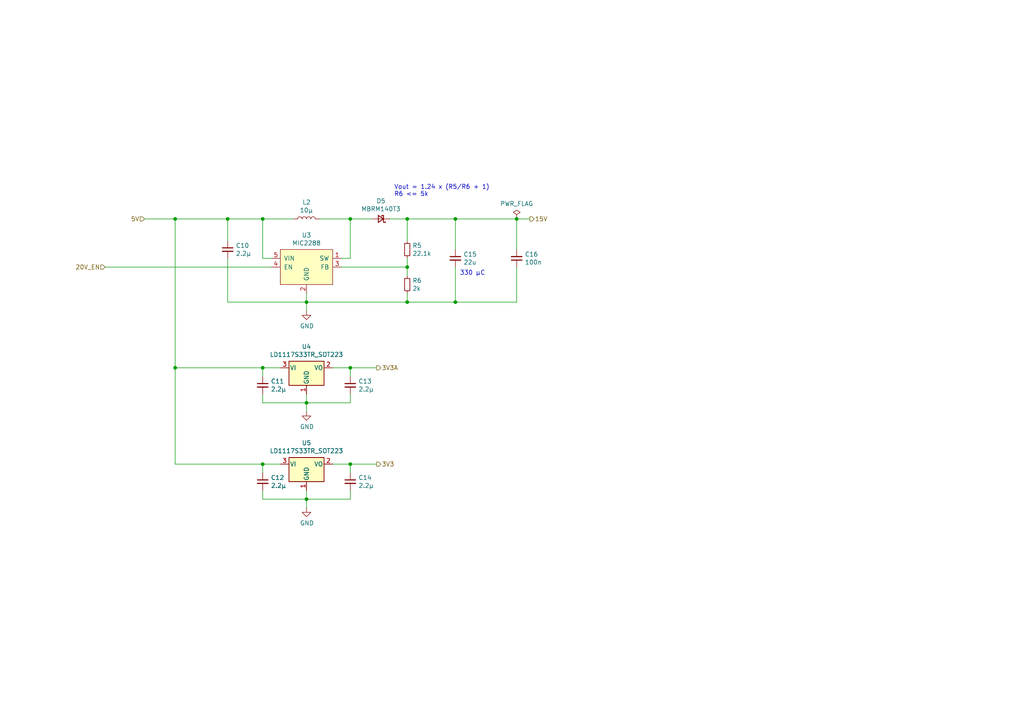
<source format=kicad_sch>
(kicad_sch (version 20230121) (generator eeschema)
  (paper "A4")
  (title_block (title "Electromagnetic Fault Injector") (date "2019-10-29") (rev "0.1") (company "Ledger"))
  (lib_symbols
    (symbol "Device:C_Small" (pin_numbers hide) (pin_names (offset 0.254) hide)
      (property "Reference" "C" (at 0.254 1.778 0))
      (property "Value" "C_Small" (at 0.254 -2.032 0))
      (symbol "C_Small_0_1"
        (polyline (pts (xy -1.524 -0.508) (xy 1.524 -0.508)) (stroke (width 0.3302)))
        (polyline (pts (xy -1.524 0.508) (xy 1.524 0.508)) (stroke (width 0.3048)))
      )
      (symbol "C_Small_1_1"
        (pin passive line (at 0 2.54 270) (length 2.032) (name "~") (number "1"))
        (pin passive line (at 0 -2.54 90) (length 2.032) (name "~") (number "2"))
      )
    )
    (symbol "Device:D_Schottky_Small" (pin_numbers hide) (pin_names (offset 0.254) hide)
      (property "Reference" "D" (at -1.27 2.032 0))
      (property "Value" "D_Schottky_Small" (at -7.112 -2.032 0))
      (symbol "D_Schottky_Small_0_1"
        (polyline (pts (xy -0.762 0) (xy 0.762 0)))
        (polyline (pts (xy 0.762 -1.016) (xy -0.762 0) (xy 0.762 1.016) (xy 0.762 -1.016)) (stroke (width 0.254)))
        (polyline (pts (xy -1.27 0.762) (xy -1.27 1.016) (xy -0.762 1.016) (xy -0.762 -1.016) (xy -0.254 -1.016) (xy -0.254 -0.762)) (stroke (width 0.254)))
      )
      (symbol "D_Schottky_Small_1_1"
        (pin passive line (at -2.54 0 0) (length 1.778) (name "K") (number "1"))
        (pin passive line (at 2.54 0 180) (length 1.778) (name "A") (number "2"))
      )
    )
    (symbol "Device:L" (pin_numbers hide) (pin_names (offset 1.016) hide)
      (property "Reference" "L" (at -1.27 0 90))
      (property "Value" "L" (at 1.905 0 90))
      (symbol "L_0_1"
        (arc (start 0 -2.54) (mid 0.6323 -1.905) (end 0 -1.27))
        (arc (start 0 -1.27) (mid 0.6323 -0.635) (end 0 0))
        (arc (start 0 0) (mid 0.6323 0.635) (end 0 1.27))
        (arc (start 0 1.27) (mid 0.6323 1.905) (end 0 2.54))
      )
      (symbol "L_1_1"
        (pin passive line (at 0 3.81 270) (length 1.27) (name "1") (number "1"))
        (pin passive line (at 0 -3.81 90) (length 1.27) (name "2") (number "2"))
      )
    )
    (symbol "Device:R_Small" (pin_numbers hide) (pin_names (offset 0.254) hide)
      (property "Reference" "R" (at 0.762 0.508 0))
      (property "Value" "R_Small" (at 0.762 -1.016 0))
      (symbol "R_Small_0_1"
        (rectangle (start -0.762 1.778) (end 0.762 -1.778) (stroke (width 0.2032)))
      )
      (symbol "R_Small_1_1"
        (pin passive line (at 0 2.54 270) (length 0.762) (name "~") (number "1"))
        (pin passive line (at 0 -2.54 90) (length 0.762) (name "~") (number "2"))
      )
    )
    (symbol "Regulator_Linear:LD1117S33TR_SOT223" (pin_names (offset 0.254))
      (property "Reference" "U" (at -3.81 3.175 0))
      (property "Value" "LD1117S33TR_SOT223" (at 0 3.175 0))
      (symbol "LD1117S33TR_SOT223_0_1"
        (rectangle (start -5.08 -5.08) (end 5.08 1.905) (stroke (width 0.254)) (fill (type background)))
      )
      (symbol "LD1117S33TR_SOT223_1_1"
        (pin power_in line (at 0 -7.62 90) (length 2.54) (name "GND") (number "1"))
        (pin power_out line (at 7.62 0 180) (length 2.54) (name "VO") (number "2"))
        (pin power_in line (at -7.62 0 0) (length 2.54) (name "VI") (number "3"))
      )
    )
    (symbol "mylib:MIC2288" (pin_names (offset 1.016))
      (property "Reference" "U" (at 0 8.89 0))
      (property "Value" "mylib_MIC2288" (at 0 6.35 0))
      (symbol "MIC2288_0_1"
        (rectangle (start -7.62 5.08) (end 7.62 -5.08) (fill (type background)))
      )
      (symbol "MIC2288_1_1"
        (pin power_out line (at 10.16 2.54 180) (length 2.54) (name "SW") (number "1"))
        (pin power_in line (at 0 -7.62 90) (length 2.54) (name "GND") (number "2"))
        (pin input line (at 10.16 0 180) (length 2.54) (name "FB") (number "3"))
        (pin input line (at -10.16 0 0) (length 2.54) (name "EN") (number "4"))
        (pin power_in line (at -10.16 2.54 0) (length 2.54) (name "VIN") (number "5"))
      )
    )
    (symbol "power:GND" (power) (pin_names (offset 0))
      (property "Value" "GND" (at 0 -3.81 0))
      (symbol "GND_0_1"
        (polyline (pts (xy 0 0) (xy 0 -1.27) (xy 1.27 -1.27) (xy 0 -2.54) (xy -1.27 -1.27) (xy 0 -1.27)))
      )
      (symbol "GND_1_1"
        (pin power_in line (at 0 0 270) (length 0) hide (name "GND") (number "1"))
      )
    )
    (symbol "power:PWR_FLAG" (power) (pin_numbers hide) (pin_names (offset 0) hide)
      (property "Value" "PWR_FLAG" (at 0 3.81 0))
      (symbol "PWR_FLAG_0_0"
        (pin power_out line (at 0 0 90) (length 0) (name "pwr") (number "1"))
      )
      (symbol "PWR_FLAG_0_1"
        (polyline (pts (xy 0 0) (xy 0 1.27) (xy -1.016 1.905) (xy 0 2.54) (xy 1.016 1.905) (xy 0 1.27)))
      )
    )
  )
  (junction (at 101.6 63.5))
  (junction (at 50.8 63.5))
  (junction (at 66.04 63.5))
  (junction (at 118.11 63.5))
  (junction (at 101.6 106.68))
  (junction (at 149.86 63.5))
  (junction (at 101.6 134.62))
  (junction (at 50.8 106.68))
  (junction (at 76.2 106.68))
  (junction (at 76.2 63.5))
  (junction (at 88.9 116.84))
  (junction (at 118.11 87.63))
  (junction (at 132.08 63.5))
  (junction (at 88.9 87.63))
  (junction (at 132.08 87.63))
  (junction (at 76.2 134.62))
  (junction (at 118.11 77.47))
  (junction (at 88.9 144.78))
  (wire (pts (xy 118.11 85.09) (xy 118.11 87.63)))
  (wire (pts (xy 101.6 134.62) (xy 96.52 134.62)))
  (wire (pts (xy 118.11 63.5) (xy 113.03 63.5)))
  (wire (pts (xy 76.2 63.5) (xy 66.04 63.5)))
  (wire (pts (xy 132.08 63.5) (xy 118.11 63.5)))
  (wire (pts (xy 76.2 106.68) (xy 76.2 109.22)))
  (wire (pts (xy 66.04 87.63) (xy 66.04 74.93)))
  (wire (pts (xy 85.09 63.5) (xy 76.2 63.5)))
  (wire (pts (xy 118.11 87.63) (xy 88.9 87.63)))
  (wire (pts (xy 76.2 116.84) (xy 76.2 114.3)))
  (wire (pts (xy 101.6 109.22) (xy 101.6 106.68)))
  (wire (pts (xy 88.9 90.17) (xy 88.9 87.63)))
  (wire (pts (xy 153.67 63.5) (xy 149.86 63.5)))
  (wire (pts (xy 88.9 116.84) (xy 88.9 114.3)))
  (wire (pts (xy 88.9 116.84) (xy 76.2 116.84)))
  (wire (pts (xy 88.9 119.38) (xy 88.9 116.84)))
  (wire (pts (xy 132.08 72.39) (xy 132.08 63.5)))
  (wire (pts (xy 88.9 144.78) (xy 76.2 144.78)))
  (wire (pts (xy 78.74 74.93) (xy 76.2 74.93)))
  (wire (pts (xy 81.28 106.68) (xy 76.2 106.68)))
  (wire (pts (xy 101.6 74.93) (xy 101.6 63.5)))
  (wire (pts (xy 101.6 144.78) (xy 101.6 142.24)))
  (wire (pts (xy 101.6 144.78) (xy 88.9 144.78)))
  (wire (pts (xy 88.9 144.78) (xy 88.9 142.24)))
  (wire (pts (xy 50.8 106.68) (xy 76.2 106.68)))
  (wire (pts (xy 76.2 134.62) (xy 76.2 137.16)))
  (wire (pts (xy 66.04 69.85) (xy 66.04 63.5)))
  (wire (pts (xy 118.11 63.5) (xy 118.11 69.85)))
  (wire (pts (xy 149.86 87.63) (xy 132.08 87.63)))
  (wire (pts (xy 30.48 77.47) (xy 78.74 77.47)))
  (wire (pts (xy 118.11 77.47) (xy 118.11 80.01)))
  (wire (pts (xy 76.2 144.78) (xy 76.2 142.24)))
  (wire (pts (xy 132.08 77.47) (xy 132.08 87.63)))
  (wire (pts (xy 76.2 74.93) (xy 76.2 63.5)))
  (wire (pts (xy 50.8 134.62) (xy 76.2 134.62)))
  (wire (pts (xy 118.11 74.93) (xy 118.11 77.47)))
  (wire (pts (xy 118.11 77.47) (xy 99.06 77.47)))
  (wire (pts (xy 132.08 87.63) (xy 118.11 87.63)))
  (wire (pts (xy 101.6 106.68) (xy 96.52 106.68)))
  (wire (pts (xy 149.86 77.47) (xy 149.86 87.63)))
  (wire (pts (xy 101.6 116.84) (xy 88.9 116.84)))
  (wire (pts (xy 149.86 72.39) (xy 149.86 63.5)))
  (wire (pts (xy 50.8 63.5) (xy 50.8 106.68)))
  (wire (pts (xy 101.6 74.93) (xy 99.06 74.93)))
  (wire (pts (xy 101.6 116.84) (xy 101.6 114.3)))
  (wire (pts (xy 88.9 87.63) (xy 66.04 87.63)))
  (wire (pts (xy 101.6 63.5) (xy 107.95 63.5)))
  (wire (pts (xy 50.8 106.68) (xy 50.8 134.62)))
  (wire (pts (xy 101.6 137.16) (xy 101.6 134.62)))
  (wire (pts (xy 149.86 63.5) (xy 132.08 63.5)))
  (wire (pts (xy 109.22 106.68) (xy 101.6 106.68)))
  (wire (pts (xy 50.8 63.5) (xy 66.04 63.5)))
  (wire (pts (xy 109.22 134.62) (xy 101.6 134.62)))
  (wire (pts (xy 81.28 134.62) (xy 76.2 134.62)))
  (wire (pts (xy 88.9 147.32) (xy 88.9 144.78)))
  (wire (pts (xy 92.71 63.5) (xy 101.6 63.5)))
  (wire (pts (xy 50.8 63.5) (xy 41.91 63.5)))
  (wire (pts (xy 88.9 87.63) (xy 88.9 85.09)))
  (text "330 µC" (at 133.35 80.01 0) (effects (font (size 1.27 1.27)) (justify left bottom)))
  (text "Vout = 1.24 x (R5/R6 + 1)\nR6 <= 5k" (at 114.3 57.15 0) (effects (font (size 1.27 1.27)) (justify left bottom)))
  (hierarchical_label "5V" (shape input) (at 41.91 63.5 180))
  (hierarchical_label "3V3A" (shape output) (at 109.22 106.68 0))
  (hierarchical_label "15V" (shape output) (at 153.67 63.5 0))
  (hierarchical_label "20V_EN" (shape input) (at 30.48 77.47 180))
  (hierarchical_label "3V3" (shape output) (at 109.22 134.62 0))
  (symbol (lib_id "power:GND") (at 88.9 147.32 0) (unit 1)
    (property "Reference" "#PWR024" (effects hide))
    (property "Value" "GND" (at 89.027 151.7142 0))
  )
  (symbol (lib_id "Device:C_Small") (at 101.6 139.7 0) (unit 1)
    (property "Reference" "C14" (at 103.9368 138.5316 0) (effects (justify left)))
    (property "Value" "2.2µ" (at 103.9368 140.843 0) (effects (justify left)))
    (property "Footprint" "Capacitor_SMD:C_0603_1608Metric" (effects hide))
    (property "Manufacturer" "Murata" (effects hide))
    (property "ManufacturerRef" "GRM188R61E225KA12D" (effects hide))
    (property "Price" "0.154" (effects hide))
    (property "Vendor" "Farnell" (effects hide))
    (property "VendorRef" "1845734" (effects hide))
    (property "Voltage" "25" (effects hide))
  )
  (symbol (lib_id "Device:C_Small") (at 76.2 139.7 0) (unit 1)
    (property "Reference" "C12" (at 78.5368 138.5316 0) (effects (justify left)))
    (property "Value" "2.2µ" (at 78.5368 140.843 0) (effects (justify left)))
    (property "Footprint" "Capacitor_SMD:C_0603_1608Metric" (effects hide))
    (property "Manufacturer" "Murata" (effects hide))
    (property "ManufacturerRef" "GRM188R61E225KA12D" (effects hide))
    (property "Price" "0.154" (effects hide))
    (property "Vendor" "Farnell" (effects hide))
    (property "VendorRef" "1845734" (effects hide))
    (property "Voltage" "25" (effects hide))
  )
  (symbol (lib_id "power:GND") (at 88.9 119.38 0) (unit 1)
    (property "Reference" "#PWR023" (effects hide))
    (property "Value" "GND" (at 89.027 123.7742 0))
  )
  (symbol (lib_id "Device:C_Small") (at 101.6 111.76 0) (unit 1)
    (property "Reference" "C13" (at 103.9368 110.5916 0) (effects (justify left)))
    (property "Value" "2.2µ" (at 103.9368 112.903 0) (effects (justify left)))
    (property "Footprint" "Capacitor_SMD:C_0603_1608Metric" (effects hide))
    (property "Manufacturer" "Murata" (effects hide))
    (property "ManufacturerRef" "GRM188R61E225KA12D" (effects hide))
    (property "Price" "0.154" (effects hide))
    (property "Vendor" "Farnell" (effects hide))
    (property "VendorRef" "1845734" (effects hide))
    (property "Voltage" "25" (effects hide))
  )
  (symbol (lib_id "Device:C_Small") (at 76.2 111.76 0) (unit 1)
    (property "Reference" "C11" (at 78.5368 110.5916 0) (effects (justify left)))
    (property "Value" "2.2µ" (at 78.5368 112.903 0) (effects (justify left)))
    (property "Footprint" "Capacitor_SMD:C_0603_1608Metric" (effects hide))
    (property "Manufacturer" "Murata" (effects hide))
    (property "ManufacturerRef" "GRM188R61E225KA12D" (effects hide))
    (property "Price" "0.154" (effects hide))
    (property "Vendor" "Farnell" (effects hide))
    (property "VendorRef" "1845734" (effects hide))
    (property "Voltage" "25" (effects hide))
  )
  (symbol (lib_id "mylib:MIC2288") (at 88.9 77.47 0) (unit 1)
    (property "Reference" "U3" (at 88.9 68.199 0))
    (property "Value" "MIC2288" (at 88.9 70.5104 0))
    (property "Footprint" "Package_TO_SOT_SMD:SOT-23-5" (effects hide))
    (property "Datasheet" "http://ww1.microchip.com/downloads/en/DeviceDoc/MIC2288-1A-1-point-2MHz-PWM-Boost-Converter-DS20006034B.pdf" (effects hide))
    (property "Manufacturer" "On Semiconductor" (effects hide))
    (property "ManufacturerRef" "MBRM140T3G" (effects hide))
    (property "Vendor" "Farnell" (effects hide))
    (property "VendorRef" "1459068" (effects hide))
    (property "Price" "0.329" (effects hide))
  )
  (symbol (lib_id "power:GND") (at 88.9 90.17 0) (unit 1)
    (property "Reference" "#PWR022" (effects hide))
    (property "Value" "GND" (at 89.027 94.5642 0))
  )
  (symbol (lib_id "Device:L") (at 88.9 63.5 90) (unit 1)
    (property "Reference" "L2" (at 88.9 58.674 90))
    (property "Value" "10µ" (at 88.9 60.9854 90))
    (property "Footprint" "Inductor_SMD:L_1812_4532Metric" (effects hide))
    (property "Datasheet" "https://psearch.en.murata.com/inductor/product/LQH43CN100K03%23.pdf" (effects hide))
    (property "Manufacturer" "Murata" (effects hide))
    (property "ManufacturerRef" "LQH43CN100K03L" (effects hide))
    (property "Vendor" "Farnell" (effects hide))
    (property "VendorRef" "1515459" (effects hide))
    (property "Price" "0.543" (effects hide))
  )
  (symbol (lib_id "Device:R_Small") (at 118.11 72.39 0) (unit 1)
    (property "Reference" "R5" (at 119.6086 71.2216 0) (effects (justify left)))
    (property "Value" "22.1k" (at 119.6086 73.533 0) (effects (justify left)))
    (property "Footprint" "Resistor_SMD:R_0603_1608Metric" (effects hide))
    (property "Manufacturer" "Multicomp" (effects hide))
    (property "ManufacturerRef" "MCWR06X2212FTL" (effects hide))
    (property "Price" "0.0038" (effects hide))
    (property "Vendor" "Farnell" (effects hide))
    (property "VendorRef" "2694776" (effects hide))
  )
  (symbol (lib_id "Device:R_Small") (at 118.11 82.55 0) (unit 1)
    (property "Reference" "R6" (at 119.6086 81.3816 0) (effects (justify left)))
    (property "Value" "2k" (at 119.6086 83.693 0) (effects (justify left)))
    (property "Footprint" "Resistor_SMD:R_0603_1608Metric" (effects hide))
    (property "Manufacturer" "Multicomp" (effects hide))
    (property "ManufacturerRef" "MCWR06X2001FTL" (effects hide))
    (property "Price" "0.0038" (effects hide))
    (property "Vendor" "Farnell" (effects hide))
    (property "VendorRef" "2447319" (effects hide))
  )
  (symbol (lib_id "Device:D_Schottky_Small") (at 110.49 63.5 180) (unit 1)
    (property "Reference" "D5" (at 110.49 58.293 0))
    (property "Value" "MBRM140T3" (at 110.49 60.6044 0))
    (property "Footprint" "Diode_SMD:D_Powermite_AK" (effects hide))
    (property "Manufacturer" "On Semiconductor" (effects hide))
    (property "ManufacturerRef" "MBRM140T3" (effects hide))
    (property "Vendor" "Farnell" (effects hide))
    (property "VendorRef" "1459068" (effects hide))
    (property "Price" "0.329" (effects hide))
  )
  (symbol (lib_id "Device:C_Small") (at 66.04 72.39 0) (unit 1)
    (property "Reference" "C10" (at 68.3768 71.2216 0) (effects (justify left)))
    (property "Value" "2.2µ" (at 68.3768 73.533 0) (effects (justify left)))
    (property "Footprint" "Capacitor_SMD:C_0603_1608Metric" (effects hide))
    (property "Manufacturer" "Murata" (effects hide))
    (property "ManufacturerRef" "GRM188R61E225KA12D" (effects hide))
    (property "Price" "0.154" (effects hide))
    (property "Vendor" "Farnell" (effects hide))
    (property "VendorRef" "1845734" (effects hide))
    (property "Voltage" "25" (effects hide))
  )
  (symbol (lib_id "Device:C_Small") (at 132.08 74.93 0) (unit 1)
    (property "Reference" "C15" (at 134.4168 73.7616 0) (effects (justify left)))
    (property "Value" "22u" (at 134.4168 76.073 0) (effects (justify left)))
    (property "Footprint" "Capacitor_SMD:C_0805_2012Metric" (effects hide))
    (property "Voltage" "25" (effects hide))
    (property "Manufacturer" "Murata" (effects hide))
    (property "ManufacturerRef" "GRM21BR61E226ME44L" (effects hide))
    (property "Vendor" "Farnell" (effects hide))
    (property "VendorRef" "1907510" (effects hide))
    (property "Price" "0.436" (effects hide))
  )
  (symbol (lib_id "Device:C_Small") (at 149.86 74.93 180) (unit 1)
    (property "Reference" "C16" (at 152.1968 73.7616 0) (effects (justify right)))
    (property "Value" "100n" (at 152.1968 76.073 0) (effects (justify right)))
    (property "Footprint" "Capacitor_SMD:C_0603_1608Metric" (effects hide))
    (property "Manufacturer" "Multicomp" (effects hide))
    (property "Vendor" "Farnell" (effects hide))
    (property "ManufacturerRef" "MC0603B104K250CT" (effects hide))
    (property "VendorRef" "1759037" (effects hide))
    (property "Price" "0.0477" (effects hide))
    (property "Voltage" "25" (effects hide))
  )
  (symbol (lib_id "Regulator_Linear:LD1117S33TR_SOT223") (at 88.9 106.68 0) (unit 1)
    (property "Reference" "U4" (at 88.9 100.5332 0))
    (property "Value" "LD1117S33TR_SOT223" (at 88.9 102.8446 0))
    (property "Footprint" "Package_TO_SOT_SMD:SOT-223-3_TabPin2" (effects hide))
    (property "Datasheet" "http://www.st.com/st-web-ui/static/active/en/resource/technical/document/datasheet/CD00000544.pdf" (effects hide))
    (property "Manufacturer" "STMicroelectronics" (effects hide))
    (property "ManufacturerRef" "LD1117S33TR" (effects hide))
    (property "Vendor" "Farnell" (effects hide))
    (property "VendorRef" "1202826" (effects hide))
    (property "Price" "0.368" (effects hide))
  )
  (symbol (lib_id "Regulator_Linear:LD1117S33TR_SOT223") (at 88.9 134.62 0) (unit 1)
    (property "Reference" "U5" (at 88.9 128.4732 0))
    (property "Value" "LD1117S33TR_SOT223" (at 88.9 130.7846 0))
    (property "Footprint" "Package_TO_SOT_SMD:SOT-223-3_TabPin2" (effects hide))
    (property "Datasheet" "http://www.st.com/st-web-ui/static/active/en/resource/technical/document/datasheet/CD00000544.pdf" (effects hide))
    (property "Manufacturer" "STMicroelectronics" (effects hide))
    (property "ManufacturerRef" "LD1117S33TR" (effects hide))
    (property "Vendor" "Farnell" (effects hide))
    (property "VendorRef" "1202826" (effects hide))
    (property "Price" "0.368" (effects hide))
  )
  (symbol (lib_id "power:PWR_FLAG") (at 149.86 63.5 0) (unit 1)
    (property "Reference" "#FLG0103" (effects hide))
    (property "Value" "PWR_FLAG" (at 149.86 59.0804 0))
  )
)
</source>
